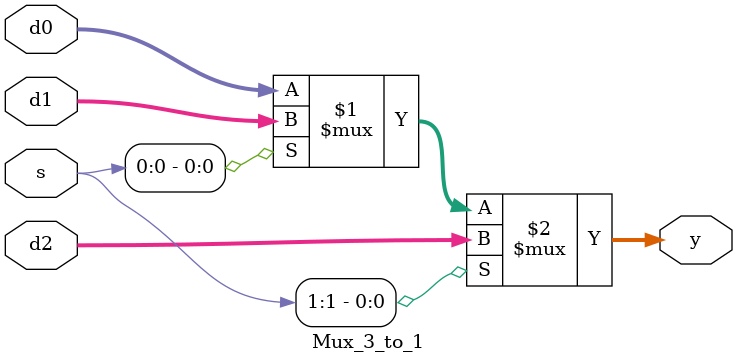
<source format=sv>
/*
Mux3: Book Digital Design and Computer Architecture. ARM Edition by Sarah Harris, David Harris
*/

module Mux_3_to_1 #(parameter WIDTH = 8)
						(input logic [WIDTH-1:0] d0, d1, d2,
						input logic [1:0] s,
						output logic [WIDTH-1:0] y);
						
	assign y = s[1] ? d2 : (s[0] ? d1 : d0);
	
endmodule 
</source>
